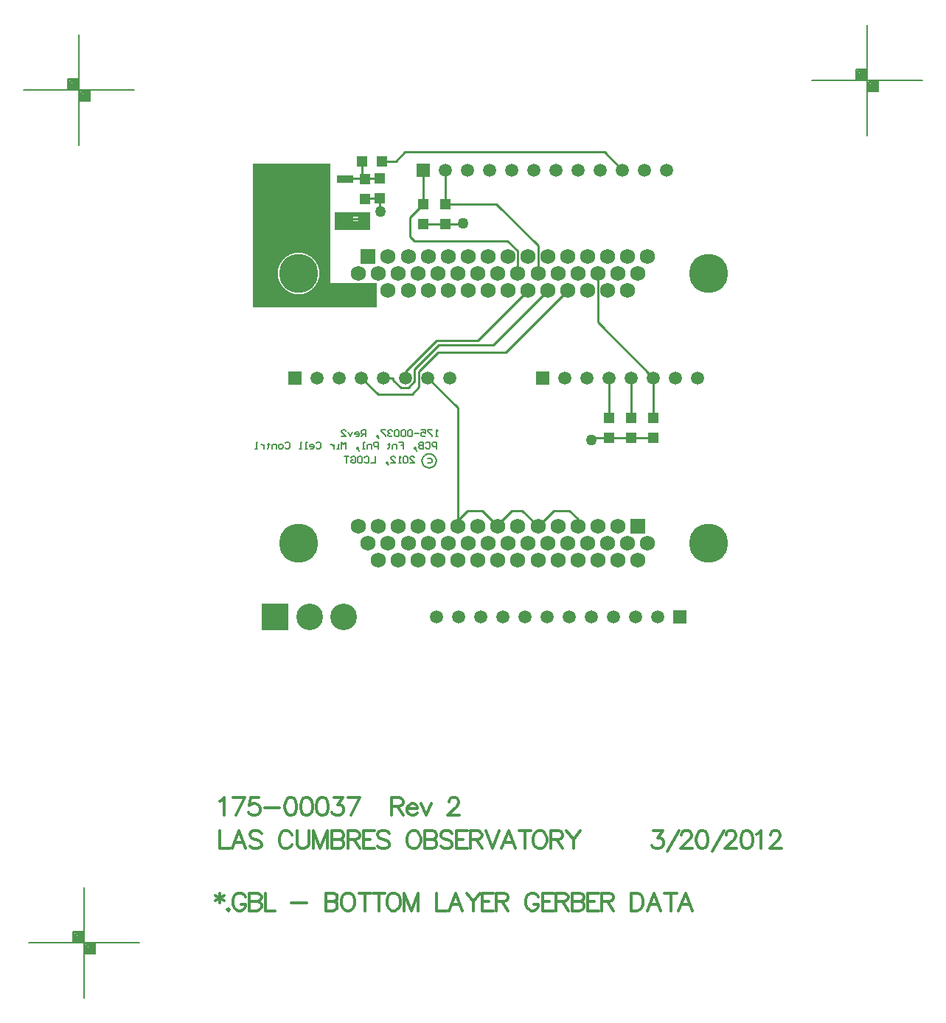
<source format=gbl>
%FSLAX23Y23*%
%MOIN*%
G70*
G01*
G75*
G04 Layer_Physical_Order=4*
G04 Layer_Color=16711680*
%ADD10C,0.010*%
%ADD11C,0.012*%
%ADD12C,0.008*%
%ADD13C,0.012*%
%ADD14C,0.012*%
%ADD15C,0.069*%
%ADD16R,0.069X0.069*%
%ADD17C,0.177*%
%ADD18C,0.059*%
%ADD19R,0.059X0.059*%
%ADD20C,0.120*%
%ADD21R,0.120X0.120*%
%ADD22C,0.020*%
%ADD23C,0.050*%
%ADD24C,0.040*%
%ADD25C,0.087*%
G04:AMPARAMS|DCode=26|XSize=87.244mil|YSize=87.244mil|CornerRadius=0mil|HoleSize=0mil|Usage=FLASHONLY|Rotation=0.000|XOffset=0mil|YOffset=0mil|HoleType=Round|Shape=Relief|Width=10mil|Gap=10mil|Entries=4|*
%AMTHD26*
7,0,0,0.087,0.067,0.010,45*
%
%ADD26THD26*%
%ADD27C,0.162*%
%ADD28C,0.075*%
G04:AMPARAMS|DCode=29|XSize=110mil|YSize=110mil|CornerRadius=0mil|HoleSize=0mil|Usage=FLASHONLY|Rotation=0.000|XOffset=0mil|YOffset=0mil|HoleType=Round|Shape=Relief|Width=10mil|Gap=10mil|Entries=4|*
%AMTHD29*
7,0,0,0.110,0.090,0.010,45*
%
%ADD29THD29*%
%ADD30C,0.110*%
%ADD31C,0.068*%
G04:AMPARAMS|DCode=32|XSize=68mil|YSize=68mil|CornerRadius=0mil|HoleSize=0mil|Usage=FLASHONLY|Rotation=0.000|XOffset=0mil|YOffset=0mil|HoleType=Round|Shape=Relief|Width=10mil|Gap=10mil|Entries=4|*
%AMTHD32*
7,0,0,0.068,0.048,0.010,45*
%
%ADD32THD32*%
%ADD33C,0.005*%
%ADD34R,0.050X0.050*%
%ADD35R,0.272X0.268*%
%ADD36R,0.075X0.037*%
%ADD37R,0.050X0.050*%
G36*
X44900Y36091D02*
X45110D01*
Y35981D01*
X44550D01*
Y36631D01*
X44900D01*
Y36091D01*
D02*
G37*
G36*
X45080Y36331D02*
X44920D01*
Y36411D01*
X45080D01*
Y36331D01*
D02*
G37*
%LPC*%
G36*
X45043Y36391D02*
X44964D01*
X44960Y36390D01*
X44957Y36388D01*
X44955Y36385D01*
X44954Y36381D01*
X44955Y36377D01*
X44957Y36373D01*
X44960Y36371D01*
X44964Y36370D01*
X45040D01*
X45041Y36370D01*
X45045Y36369D01*
X45049Y36370D01*
X45052Y36372D01*
X45054Y36375D01*
X45055Y36379D01*
X45054Y36383D01*
X45052Y36386D01*
X45051Y36388D01*
X45047Y36390D01*
X45043Y36391D01*
D02*
G37*
G36*
X44755Y36227D02*
X44737Y36225D01*
X44719Y36220D01*
X44703Y36211D01*
X44688Y36200D01*
X44677Y36185D01*
X44668Y36169D01*
X44663Y36151D01*
X44661Y36133D01*
X44663Y36115D01*
X44668Y36097D01*
X44677Y36081D01*
X44688Y36067D01*
X44703Y36055D01*
X44719Y36046D01*
X44737Y36041D01*
X44755Y36039D01*
X44773Y36041D01*
X44791Y36046D01*
X44807Y36055D01*
X44821Y36067D01*
X44833Y36081D01*
X44842Y36097D01*
X44847Y36115D01*
X44849Y36133D01*
X44847Y36151D01*
X44842Y36169D01*
X44833Y36185D01*
X44821Y36200D01*
X44807Y36211D01*
X44791Y36220D01*
X44773Y36225D01*
X44755Y36227D01*
D02*
G37*
%LPD*%
D10*
X45566Y36133D02*
X45567Y36132D01*
X45476Y36133D02*
X45477Y36132D01*
X45320Y36445D02*
Y36600D01*
X45420Y36445D02*
Y36600D01*
Y36355D02*
X45494D01*
X45320D02*
X45420D01*
Y36445D02*
X45649D01*
X45837Y36258D01*
X45494Y36355D02*
X45500Y36361D01*
X46260Y35390D02*
X46360D01*
X46160D02*
X46260D01*
X46089D02*
X46160D01*
X46080Y35381D02*
X46089Y35390D01*
X45837Y36133D02*
Y36258D01*
X45260Y36385D02*
X45320Y36445D01*
X45260Y36301D02*
Y36385D01*
Y36301D02*
X45280Y36281D01*
X45700D01*
X45746Y36235D01*
Y36134D02*
Y36235D01*
Y36134D02*
X45746Y36133D01*
X45340Y35661D02*
X45476Y35525D01*
Y35017D02*
Y35525D01*
Y35017D02*
X45520Y35061D01*
X45586D01*
X45656Y34991D01*
Y34997D01*
X45720Y35061D01*
X45766D01*
X45837Y34991D01*
X45907Y35061D01*
X45980D01*
X46017Y35024D01*
Y34991D02*
Y35024D01*
X46160Y35480D02*
Y35661D01*
X46360Y35480D02*
Y35661D01*
X46107Y35914D02*
X46360Y35661D01*
X46107Y35914D02*
Y36133D01*
X46260Y35480D02*
Y35661D01*
X45040D02*
X45114Y35587D01*
X45386Y35775D02*
X45692D01*
X45972Y36055D01*
X45140Y35661D02*
X45182D01*
Y35651D02*
Y35661D01*
X45114Y35587D02*
X45268D01*
X45300Y35620D01*
X45182Y35651D02*
X45217Y35616D01*
X45251D01*
X45280Y35645D01*
X45389Y35808D02*
X45635D01*
X45882Y36055D01*
X45300Y35620D02*
Y35690D01*
X45386Y35775D01*
X45280Y35645D02*
Y35699D01*
X45389Y35808D01*
X45240Y35661D02*
Y35688D01*
X45380Y35828D01*
X45565D01*
X45792Y36055D01*
X45123Y36414D02*
Y36472D01*
Y36414D02*
X45124Y36413D01*
X45056Y36472D02*
X45123D01*
X45054Y36470D02*
X45056Y36472D01*
X45131Y36641D02*
X45194D01*
X45236Y36683D01*
X46137D01*
X46220Y36600D01*
X44964Y36560D02*
X44966Y36562D01*
X45041Y36573D02*
Y36641D01*
Y36573D02*
X45052Y36562D01*
X45054Y36560D01*
X44966Y36562D02*
X45052D01*
X45123D01*
X44964Y36381D02*
X45043D01*
X45045Y36379D01*
D11*
X44398Y33331D02*
Y33285D01*
X44378Y33320D02*
X44417Y33297D01*
Y33320D02*
X44378Y33297D01*
X44437Y33259D02*
X44433Y33255D01*
X44437Y33251D01*
X44441Y33255D01*
X44437Y33259D01*
X44515Y33312D02*
X44511Y33320D01*
X44504Y33327D01*
X44496Y33331D01*
X44481D01*
X44473Y33327D01*
X44466Y33320D01*
X44462Y33312D01*
X44458Y33301D01*
Y33281D01*
X44462Y33270D01*
X44466Y33262D01*
X44473Y33255D01*
X44481Y33251D01*
X44496D01*
X44504Y33255D01*
X44511Y33262D01*
X44515Y33270D01*
Y33281D01*
X44496D02*
X44515D01*
X44533Y33331D02*
Y33251D01*
Y33331D02*
X44568D01*
X44579Y33327D01*
X44583Y33323D01*
X44587Y33316D01*
Y33308D01*
X44583Y33301D01*
X44579Y33297D01*
X44568Y33293D01*
X44533D02*
X44568D01*
X44579Y33289D01*
X44583Y33285D01*
X44587Y33278D01*
Y33266D01*
X44583Y33259D01*
X44579Y33255D01*
X44568Y33251D01*
X44533D01*
X44605Y33331D02*
Y33251D01*
X44650D01*
X44722Y33285D02*
X44791D01*
X44877Y33331D02*
Y33251D01*
Y33331D02*
X44911D01*
X44923Y33327D01*
X44927Y33323D01*
X44930Y33316D01*
Y33308D01*
X44927Y33301D01*
X44923Y33297D01*
X44911Y33293D01*
X44877D02*
X44911D01*
X44923Y33289D01*
X44927Y33285D01*
X44930Y33278D01*
Y33266D01*
X44927Y33259D01*
X44923Y33255D01*
X44911Y33251D01*
X44877D01*
X44971Y33331D02*
X44963Y33327D01*
X44956Y33320D01*
X44952Y33312D01*
X44948Y33301D01*
Y33281D01*
X44952Y33270D01*
X44956Y33262D01*
X44963Y33255D01*
X44971Y33251D01*
X44986D01*
X44994Y33255D01*
X45002Y33262D01*
X45005Y33270D01*
X45009Y33281D01*
Y33301D01*
X45005Y33312D01*
X45002Y33320D01*
X44994Y33327D01*
X44986Y33331D01*
X44971D01*
X45055D02*
Y33251D01*
X45028Y33331D02*
X45081D01*
X45117D02*
Y33251D01*
X45091Y33331D02*
X45144D01*
X45176D02*
X45169Y33327D01*
X45161Y33320D01*
X45157Y33312D01*
X45154Y33301D01*
Y33281D01*
X45157Y33270D01*
X45161Y33262D01*
X45169Y33255D01*
X45176Y33251D01*
X45192D01*
X45199Y33255D01*
X45207Y33262D01*
X45211Y33270D01*
X45214Y33281D01*
Y33301D01*
X45211Y33312D01*
X45207Y33320D01*
X45199Y33327D01*
X45192Y33331D01*
X45176D01*
X45233D02*
Y33251D01*
Y33331D02*
X45264Y33251D01*
X45294Y33331D02*
X45264Y33251D01*
X45294Y33331D02*
Y33251D01*
X45380Y33331D02*
Y33251D01*
X45425D01*
X45495D02*
X45465Y33331D01*
X45434Y33251D01*
X45446Y33278D02*
X45484D01*
X45514Y33331D02*
X45544Y33293D01*
Y33251D01*
X45575Y33331D02*
X45544Y33293D01*
X45635Y33331D02*
X45585D01*
Y33251D01*
X45635D01*
X45585Y33293D02*
X45616D01*
X45648Y33331D02*
Y33251D01*
Y33331D02*
X45682D01*
X45694Y33327D01*
X45697Y33323D01*
X45701Y33316D01*
Y33308D01*
X45697Y33301D01*
X45694Y33297D01*
X45682Y33293D01*
X45648D01*
X45675D02*
X45701Y33251D01*
X45839Y33312D02*
X45835Y33320D01*
X45828Y33327D01*
X45820Y33331D01*
X45805D01*
X45797Y33327D01*
X45790Y33320D01*
X45786Y33312D01*
X45782Y33301D01*
Y33281D01*
X45786Y33270D01*
X45790Y33262D01*
X45797Y33255D01*
X45805Y33251D01*
X45820D01*
X45828Y33255D01*
X45835Y33262D01*
X45839Y33270D01*
Y33281D01*
X45820D02*
X45839D01*
X45907Y33331D02*
X45857D01*
Y33251D01*
X45907D01*
X45857Y33293D02*
X45888D01*
X45920Y33331D02*
Y33251D01*
Y33331D02*
X45955D01*
X45966Y33327D01*
X45970Y33323D01*
X45974Y33316D01*
Y33308D01*
X45970Y33301D01*
X45966Y33297D01*
X45955Y33293D01*
X45920D01*
X45947D02*
X45974Y33251D01*
X45991Y33331D02*
Y33251D01*
Y33331D02*
X46026D01*
X46037Y33327D01*
X46041Y33323D01*
X46045Y33316D01*
Y33308D01*
X46041Y33301D01*
X46037Y33297D01*
X46026Y33293D01*
X45991D02*
X46026D01*
X46037Y33289D01*
X46041Y33285D01*
X46045Y33278D01*
Y33266D01*
X46041Y33259D01*
X46037Y33255D01*
X46026Y33251D01*
X45991D01*
X46112Y33331D02*
X46063D01*
Y33251D01*
X46112D01*
X46063Y33293D02*
X46093D01*
X46126Y33331D02*
Y33251D01*
Y33331D02*
X46160D01*
X46171Y33327D01*
X46175Y33323D01*
X46179Y33316D01*
Y33308D01*
X46175Y33301D01*
X46171Y33297D01*
X46160Y33293D01*
X46126D01*
X46152D02*
X46179Y33251D01*
X46260Y33331D02*
Y33251D01*
Y33331D02*
X46286D01*
X46298Y33327D01*
X46305Y33320D01*
X46309Y33312D01*
X46313Y33301D01*
Y33281D01*
X46309Y33270D01*
X46305Y33262D01*
X46298Y33255D01*
X46286Y33251D01*
X46260D01*
X46392D02*
X46361Y33331D01*
X46331Y33251D01*
X46342Y33278D02*
X46380D01*
X46437Y33331D02*
Y33251D01*
X46410Y33331D02*
X46464D01*
X46534Y33251D02*
X46504Y33331D01*
X46473Y33251D01*
X46485Y33278D02*
X46523D01*
D12*
X47076Y37005D02*
X47576D01*
X47326Y36755D02*
Y37255D01*
X47376Y36955D02*
Y37005D01*
X47326Y36955D02*
X47376D01*
X47276Y37005D02*
Y37055D01*
X47326D01*
X47281Y37010D02*
X47321D01*
X47281D02*
Y37050D01*
X47321D01*
Y37010D02*
Y37050D01*
X47286Y37015D02*
X47316D01*
X47286D02*
Y37045D01*
X47316D01*
Y37020D02*
Y37045D01*
X47291Y37020D02*
X47311D01*
X47291D02*
Y37040D01*
X47311D01*
Y37025D02*
Y37040D01*
X47296Y37025D02*
X47306D01*
X47296D02*
Y37035D01*
X47306D01*
Y37025D02*
Y37035D01*
X47296Y37030D02*
X47306D01*
X47331Y36960D02*
X47371D01*
X47331D02*
Y37000D01*
X47371D01*
Y36960D02*
Y37000D01*
X47336Y36965D02*
X47366D01*
X47336D02*
Y36995D01*
X47366D01*
Y36970D02*
Y36995D01*
X47341Y36970D02*
X47361D01*
X47341D02*
Y36990D01*
X47361D01*
Y36975D02*
Y36990D01*
X47346Y36975D02*
X47356D01*
X47346D02*
Y36985D01*
X47356D01*
Y36975D02*
Y36985D01*
X47346Y36980D02*
X47356D01*
X43511Y36964D02*
X44011D01*
X43761Y36714D02*
Y37214D01*
X43811Y36914D02*
Y36964D01*
X43761Y36914D02*
X43811D01*
X43711Y36964D02*
Y37014D01*
X43761D01*
X43716Y36969D02*
X43756D01*
X43716D02*
Y37009D01*
X43756D01*
Y36969D02*
Y37009D01*
X43721Y36974D02*
X43751D01*
X43721D02*
Y37004D01*
X43751D01*
Y36979D02*
Y37004D01*
X43726Y36979D02*
X43746D01*
X43726D02*
Y36999D01*
X43746D01*
Y36984D02*
Y36999D01*
X43731Y36984D02*
X43741D01*
X43731D02*
Y36994D01*
X43741D01*
Y36984D02*
Y36994D01*
X43731Y36989D02*
X43741D01*
X43766Y36919D02*
X43806D01*
X43766D02*
Y36959D01*
X43806D01*
Y36919D02*
Y36959D01*
X43771Y36924D02*
X43801D01*
X43771D02*
Y36954D01*
X43801D01*
Y36929D02*
Y36954D01*
X43776Y36929D02*
X43796D01*
X43776D02*
Y36949D01*
X43796D01*
Y36934D02*
Y36949D01*
X43781Y36934D02*
X43791D01*
X43781D02*
Y36944D01*
X43791D01*
Y36934D02*
Y36944D01*
X43781Y36939D02*
X43791D01*
X43534Y33107D02*
X44034D01*
X43784Y32857D02*
Y33357D01*
X43834Y33057D02*
Y33107D01*
X43784Y33057D02*
X43834D01*
X43734Y33107D02*
Y33157D01*
X43784D01*
X43739Y33112D02*
X43779D01*
X43739D02*
Y33152D01*
X43779D01*
Y33112D02*
Y33152D01*
X43744Y33117D02*
X43774D01*
X43744D02*
Y33147D01*
X43774D01*
Y33122D02*
Y33147D01*
X43749Y33122D02*
X43769D01*
X43749D02*
Y33142D01*
X43769D01*
Y33127D02*
Y33142D01*
X43754Y33127D02*
X43764D01*
X43754D02*
Y33137D01*
X43764D01*
Y33127D02*
Y33137D01*
X43754Y33132D02*
X43764D01*
X43789Y33062D02*
X43829D01*
X43789D02*
Y33102D01*
X43829D01*
Y33062D02*
Y33102D01*
X43794Y33067D02*
X43824D01*
X43794D02*
Y33097D01*
X43824D01*
Y33072D02*
Y33097D01*
X43799Y33072D02*
X43819D01*
X43799D02*
Y33092D01*
X43819D01*
Y33077D02*
Y33092D01*
X43804Y33077D02*
X43814D01*
X43804D02*
Y33087D01*
X43814D01*
Y33077D02*
Y33087D01*
X43804Y33082D02*
X43814D01*
D13*
X44399Y33746D02*
X44407Y33750D01*
X44419Y33762D01*
Y33682D01*
X44511Y33762D02*
X44473Y33682D01*
X44458Y33762D02*
X44511D01*
X44575D02*
X44537D01*
X44533Y33727D01*
X44537Y33731D01*
X44548Y33735D01*
X44560D01*
X44571Y33731D01*
X44579Y33724D01*
X44583Y33712D01*
Y33704D01*
X44579Y33693D01*
X44571Y33685D01*
X44560Y33682D01*
X44548D01*
X44537Y33685D01*
X44533Y33689D01*
X44529Y33697D01*
X44601Y33716D02*
X44669D01*
X44716Y33762D02*
X44704Y33758D01*
X44697Y33746D01*
X44693Y33727D01*
Y33716D01*
X44697Y33697D01*
X44704Y33685D01*
X44716Y33682D01*
X44723D01*
X44735Y33685D01*
X44742Y33697D01*
X44746Y33716D01*
Y33727D01*
X44742Y33746D01*
X44735Y33758D01*
X44723Y33762D01*
X44716D01*
X44787D02*
X44775Y33758D01*
X44768Y33746D01*
X44764Y33727D01*
Y33716D01*
X44768Y33697D01*
X44775Y33685D01*
X44787Y33682D01*
X44794D01*
X44806Y33685D01*
X44814Y33697D01*
X44817Y33716D01*
Y33727D01*
X44814Y33746D01*
X44806Y33758D01*
X44794Y33762D01*
X44787D01*
X44858D02*
X44847Y33758D01*
X44839Y33746D01*
X44835Y33727D01*
Y33716D01*
X44839Y33697D01*
X44847Y33685D01*
X44858Y33682D01*
X44866D01*
X44877Y33685D01*
X44885Y33697D01*
X44889Y33716D01*
Y33727D01*
X44885Y33746D01*
X44877Y33758D01*
X44866Y33762D01*
X44858D01*
X44914D02*
X44956D01*
X44933Y33731D01*
X44945D01*
X44952Y33727D01*
X44956Y33724D01*
X44960Y33712D01*
Y33704D01*
X44956Y33693D01*
X44948Y33685D01*
X44937Y33682D01*
X44925D01*
X44914Y33685D01*
X44910Y33689D01*
X44906Y33697D01*
X45031Y33762D02*
X44993Y33682D01*
X44978Y33762D02*
X45031D01*
X45175D02*
Y33682D01*
Y33762D02*
X45209D01*
X45220Y33758D01*
X45224Y33754D01*
X45228Y33746D01*
Y33739D01*
X45224Y33731D01*
X45220Y33727D01*
X45209Y33724D01*
X45175D01*
X45201D02*
X45228Y33682D01*
X45246Y33712D02*
X45291D01*
Y33720D01*
X45288Y33727D01*
X45284Y33731D01*
X45276Y33735D01*
X45265D01*
X45257Y33731D01*
X45250Y33724D01*
X45246Y33712D01*
Y33704D01*
X45250Y33693D01*
X45257Y33685D01*
X45265Y33682D01*
X45276D01*
X45284Y33685D01*
X45291Y33693D01*
X45309Y33735D02*
X45331Y33682D01*
X45354Y33735D02*
X45331Y33682D01*
X45434Y33743D02*
Y33746D01*
X45438Y33754D01*
X45442Y33758D01*
X45449Y33762D01*
X45464D01*
X45472Y33758D01*
X45476Y33754D01*
X45480Y33746D01*
Y33739D01*
X45476Y33731D01*
X45468Y33720D01*
X45430Y33682D01*
X45483D01*
D14*
X44399Y33612D02*
Y33532D01*
X44445D01*
X44515D02*
X44484Y33612D01*
X44454Y33532D01*
X44465Y33558D02*
X44503D01*
X44587Y33600D02*
X44579Y33608D01*
X44568Y33612D01*
X44553D01*
X44541Y33608D01*
X44534Y33600D01*
Y33593D01*
X44537Y33585D01*
X44541Y33581D01*
X44549Y33577D01*
X44572Y33570D01*
X44579Y33566D01*
X44583Y33562D01*
X44587Y33554D01*
Y33543D01*
X44579Y33535D01*
X44568Y33532D01*
X44553D01*
X44541Y33535D01*
X44534Y33543D01*
X44725Y33593D02*
X44721Y33600D01*
X44713Y33608D01*
X44706Y33612D01*
X44690D01*
X44683Y33608D01*
X44675Y33600D01*
X44671Y33593D01*
X44668Y33581D01*
Y33562D01*
X44671Y33551D01*
X44675Y33543D01*
X44683Y33535D01*
X44690Y33532D01*
X44706D01*
X44713Y33535D01*
X44721Y33543D01*
X44725Y33551D01*
X44747Y33612D02*
Y33554D01*
X44751Y33543D01*
X44759Y33535D01*
X44770Y33532D01*
X44778D01*
X44789Y33535D01*
X44797Y33543D01*
X44801Y33554D01*
Y33612D01*
X44823D02*
Y33532D01*
Y33612D02*
X44853Y33532D01*
X44884Y33612D02*
X44853Y33532D01*
X44884Y33612D02*
Y33532D01*
X44906Y33612D02*
Y33532D01*
Y33612D02*
X44941D01*
X44952Y33608D01*
X44956Y33604D01*
X44960Y33596D01*
Y33589D01*
X44956Y33581D01*
X44952Y33577D01*
X44941Y33573D01*
X44906D02*
X44941D01*
X44952Y33570D01*
X44956Y33566D01*
X44960Y33558D01*
Y33547D01*
X44956Y33539D01*
X44952Y33535D01*
X44941Y33532D01*
X44906D01*
X44978Y33612D02*
Y33532D01*
Y33612D02*
X45012D01*
X45023Y33608D01*
X45027Y33604D01*
X45031Y33596D01*
Y33589D01*
X45027Y33581D01*
X45023Y33577D01*
X45012Y33573D01*
X44978D01*
X45004D02*
X45031Y33532D01*
X45098Y33612D02*
X45049D01*
Y33532D01*
X45098D01*
X45049Y33573D02*
X45079D01*
X45165Y33600D02*
X45157Y33608D01*
X45146Y33612D01*
X45131D01*
X45119Y33608D01*
X45112Y33600D01*
Y33593D01*
X45116Y33585D01*
X45119Y33581D01*
X45127Y33577D01*
X45150Y33570D01*
X45157Y33566D01*
X45161Y33562D01*
X45165Y33554D01*
Y33543D01*
X45157Y33535D01*
X45146Y33532D01*
X45131D01*
X45119Y33535D01*
X45112Y33543D01*
X45269Y33612D02*
X45261Y33608D01*
X45253Y33600D01*
X45250Y33593D01*
X45246Y33581D01*
Y33562D01*
X45250Y33551D01*
X45253Y33543D01*
X45261Y33535D01*
X45269Y33532D01*
X45284D01*
X45291Y33535D01*
X45299Y33543D01*
X45303Y33551D01*
X45307Y33562D01*
Y33581D01*
X45303Y33593D01*
X45299Y33600D01*
X45291Y33608D01*
X45284Y33612D01*
X45269D01*
X45325D02*
Y33532D01*
Y33612D02*
X45360D01*
X45371Y33608D01*
X45375Y33604D01*
X45379Y33596D01*
Y33589D01*
X45375Y33581D01*
X45371Y33577D01*
X45360Y33573D01*
X45325D02*
X45360D01*
X45371Y33570D01*
X45375Y33566D01*
X45379Y33558D01*
Y33547D01*
X45375Y33539D01*
X45371Y33535D01*
X45360Y33532D01*
X45325D01*
X45450Y33600D02*
X45442Y33608D01*
X45431Y33612D01*
X45416D01*
X45404Y33608D01*
X45397Y33600D01*
Y33593D01*
X45400Y33585D01*
X45404Y33581D01*
X45412Y33577D01*
X45435Y33570D01*
X45442Y33566D01*
X45446Y33562D01*
X45450Y33554D01*
Y33543D01*
X45442Y33535D01*
X45431Y33532D01*
X45416D01*
X45404Y33535D01*
X45397Y33543D01*
X45517Y33612D02*
X45468D01*
Y33532D01*
X45517D01*
X45468Y33573D02*
X45498D01*
X45531Y33612D02*
Y33532D01*
Y33612D02*
X45565D01*
X45576Y33608D01*
X45580Y33604D01*
X45584Y33596D01*
Y33589D01*
X45580Y33581D01*
X45576Y33577D01*
X45565Y33573D01*
X45531D01*
X45557D02*
X45584Y33532D01*
X45602Y33612D02*
X45632Y33532D01*
X45663Y33612D02*
X45632Y33532D01*
X45734D02*
X45704Y33612D01*
X45673Y33532D01*
X45685Y33558D02*
X45723D01*
X45779Y33612D02*
Y33532D01*
X45753Y33612D02*
X45806D01*
X45838D02*
X45831Y33608D01*
X45823Y33600D01*
X45819Y33593D01*
X45816Y33581D01*
Y33562D01*
X45819Y33551D01*
X45823Y33543D01*
X45831Y33535D01*
X45838Y33532D01*
X45854D01*
X45861Y33535D01*
X45869Y33543D01*
X45873Y33551D01*
X45877Y33562D01*
Y33581D01*
X45873Y33593D01*
X45869Y33600D01*
X45861Y33608D01*
X45854Y33612D01*
X45838D01*
X45895D02*
Y33532D01*
Y33612D02*
X45929D01*
X45941Y33608D01*
X45945Y33604D01*
X45948Y33596D01*
Y33589D01*
X45945Y33581D01*
X45941Y33577D01*
X45929Y33573D01*
X45895D01*
X45922D02*
X45948Y33532D01*
X45966Y33612D02*
X45997Y33573D01*
Y33532D01*
X46027Y33612D02*
X45997Y33573D01*
X46359Y33612D02*
X46401D01*
X46379Y33581D01*
X46390D01*
X46398Y33577D01*
X46401Y33573D01*
X46405Y33562D01*
Y33554D01*
X46401Y33543D01*
X46394Y33535D01*
X46382Y33532D01*
X46371D01*
X46359Y33535D01*
X46356Y33539D01*
X46352Y33547D01*
X46423Y33520D02*
X46476Y33612D01*
X46486Y33593D02*
Y33596D01*
X46489Y33604D01*
X46493Y33608D01*
X46501Y33612D01*
X46516D01*
X46524Y33608D01*
X46527Y33604D01*
X46531Y33596D01*
Y33589D01*
X46527Y33581D01*
X46520Y33570D01*
X46482Y33532D01*
X46535D01*
X46576Y33612D02*
X46564Y33608D01*
X46557Y33596D01*
X46553Y33577D01*
Y33566D01*
X46557Y33547D01*
X46564Y33535D01*
X46576Y33532D01*
X46583D01*
X46595Y33535D01*
X46602Y33547D01*
X46606Y33566D01*
Y33577D01*
X46602Y33596D01*
X46595Y33608D01*
X46583Y33612D01*
X46576D01*
X46624Y33520D02*
X46677Y33612D01*
X46687Y33593D02*
Y33596D01*
X46690Y33604D01*
X46694Y33608D01*
X46702Y33612D01*
X46717D01*
X46725Y33608D01*
X46729Y33604D01*
X46732Y33596D01*
Y33589D01*
X46729Y33581D01*
X46721Y33570D01*
X46683Y33532D01*
X46736D01*
X46777Y33612D02*
X46765Y33608D01*
X46758Y33596D01*
X46754Y33577D01*
Y33566D01*
X46758Y33547D01*
X46765Y33535D01*
X46777Y33532D01*
X46785D01*
X46796Y33535D01*
X46804Y33547D01*
X46807Y33566D01*
Y33577D01*
X46804Y33596D01*
X46796Y33608D01*
X46785Y33612D01*
X46777D01*
X46825Y33596D02*
X46833Y33600D01*
X46844Y33612D01*
Y33532D01*
X46888Y33593D02*
Y33596D01*
X46892Y33604D01*
X46895Y33608D01*
X46903Y33612D01*
X46918D01*
X46926Y33608D01*
X46930Y33604D01*
X46933Y33596D01*
Y33589D01*
X46930Y33581D01*
X46922Y33570D01*
X46884Y33532D01*
X46937D01*
D15*
X46242Y36055D02*
D03*
X46152D02*
D03*
X46062D02*
D03*
X45972D02*
D03*
X45882D02*
D03*
X45792D02*
D03*
X45701D02*
D03*
X45611D02*
D03*
X45521D02*
D03*
X45431D02*
D03*
X45341D02*
D03*
X45251D02*
D03*
X45160D02*
D03*
X45070D02*
D03*
X46287Y36133D02*
D03*
X46197D02*
D03*
X46107D02*
D03*
X46017D02*
D03*
X45927D02*
D03*
X45837D02*
D03*
X45746D02*
D03*
X45656D02*
D03*
X45566D02*
D03*
X45476D02*
D03*
X45386D02*
D03*
X45296D02*
D03*
X45206D02*
D03*
X45115D02*
D03*
X45025D02*
D03*
X46332Y36211D02*
D03*
X46242D02*
D03*
X46152D02*
D03*
X46062D02*
D03*
X45972D02*
D03*
X45882D02*
D03*
X45792D02*
D03*
X45701D02*
D03*
X45611D02*
D03*
X45521D02*
D03*
X45431D02*
D03*
X45341D02*
D03*
X45251D02*
D03*
X45160D02*
D03*
X46197Y34991D02*
D03*
X46107D02*
D03*
X46017D02*
D03*
X45927D02*
D03*
X45837D02*
D03*
X45746D02*
D03*
X45656D02*
D03*
X45566D02*
D03*
X45476D02*
D03*
X45386D02*
D03*
X45296D02*
D03*
X45206D02*
D03*
X45115D02*
D03*
X45025D02*
D03*
X46332Y34913D02*
D03*
X46242D02*
D03*
X46152D02*
D03*
X46062D02*
D03*
X45972D02*
D03*
X45882D02*
D03*
X45792D02*
D03*
X45701D02*
D03*
X45611D02*
D03*
X45521D02*
D03*
X45431D02*
D03*
X45341D02*
D03*
X45251D02*
D03*
X45160D02*
D03*
X45070D02*
D03*
X46287Y34835D02*
D03*
X46197D02*
D03*
X46107D02*
D03*
X46017D02*
D03*
X45927D02*
D03*
X45837D02*
D03*
X45746D02*
D03*
X45656D02*
D03*
X45566D02*
D03*
X45476D02*
D03*
X45386D02*
D03*
X45296D02*
D03*
X45206D02*
D03*
X45115D02*
D03*
D16*
X45070Y36211D02*
D03*
X46287Y34991D02*
D03*
D17*
X46607Y36133D02*
D03*
X44755D02*
D03*
Y34913D02*
D03*
X46607D02*
D03*
D18*
X45380Y34580D02*
D03*
X45480D02*
D03*
X45580D02*
D03*
X45680D02*
D03*
X45780D02*
D03*
X45880D02*
D03*
X45980D02*
D03*
X46080D02*
D03*
X46180D02*
D03*
X46280D02*
D03*
X46380D02*
D03*
X45440Y35661D02*
D03*
X45340D02*
D03*
X45240D02*
D03*
X45140D02*
D03*
X45040D02*
D03*
X44940D02*
D03*
X44840D02*
D03*
X46560D02*
D03*
X46460D02*
D03*
X46360D02*
D03*
X46260D02*
D03*
X46160D02*
D03*
X46060D02*
D03*
X45960D02*
D03*
X46420Y36600D02*
D03*
X46320D02*
D03*
X46220D02*
D03*
X46120D02*
D03*
X46020D02*
D03*
X45920D02*
D03*
X45820D02*
D03*
X45720D02*
D03*
X45620D02*
D03*
X45520D02*
D03*
X45420D02*
D03*
D19*
X46480Y34580D02*
D03*
X44740Y35661D02*
D03*
X45860D02*
D03*
X45320Y36600D02*
D03*
D20*
X44960Y34580D02*
D03*
X44804D02*
D03*
D21*
X44648D02*
D03*
D22*
X44655Y36549D02*
D03*
Y36490D02*
D03*
Y36431D02*
D03*
Y36372D02*
D03*
X44714Y36392D02*
D03*
Y36451D02*
D03*
Y36510D02*
D03*
Y36569D02*
D03*
X44773Y36549D02*
D03*
Y36490D02*
D03*
Y36431D02*
D03*
Y36372D02*
D03*
X44832Y36392D02*
D03*
Y36451D02*
D03*
Y36510D02*
D03*
Y36569D02*
D03*
D23*
X45500Y36361D02*
D03*
X46080Y35381D02*
D03*
X45124Y36413D02*
D03*
X45045Y36379D02*
D03*
D33*
X45377Y35285D02*
X45375Y35295D01*
X45371Y35304D01*
X45364Y35311D01*
X45355Y35315D01*
X45345Y35317D01*
X45335Y35315D01*
X45326Y35311D01*
X45319Y35304D01*
X45315Y35295D01*
X45313Y35285D01*
X45315Y35275D01*
X45319Y35266D01*
X45326Y35259D01*
X45335Y35255D01*
X45345Y35253D01*
X45355Y35255D01*
X45364Y35259D01*
X45371Y35266D01*
X45375Y35275D01*
X45377Y35285D01*
X45257Y35276D02*
X45277D01*
X45257Y35296D01*
Y35301D01*
X45262Y35306D01*
X45272D01*
X45277Y35301D01*
X45247D02*
X45242Y35306D01*
X45232D01*
X45227Y35301D01*
Y35281D01*
X45232Y35276D01*
X45242D01*
X45247Y35281D01*
Y35301D01*
X45217Y35276D02*
X45207D01*
X45212D01*
Y35306D01*
X45217Y35301D01*
X45172Y35276D02*
X45192D01*
X45172Y35296D01*
Y35301D01*
X45177Y35306D01*
X45187D01*
X45192Y35301D01*
X45157Y35271D02*
X45152Y35276D01*
Y35281D01*
X45157D01*
Y35276D01*
X45152D01*
X45157Y35271D01*
X45162Y35266D01*
X45102Y35306D02*
Y35276D01*
X45082D01*
X45052Y35301D02*
X45057Y35306D01*
X45067D01*
X45072Y35301D01*
Y35281D01*
X45067Y35276D01*
X45057D01*
X45052Y35281D01*
X45027Y35306D02*
X45037D01*
X45042Y35301D01*
Y35281D01*
X45037Y35276D01*
X45027D01*
X45022Y35281D01*
Y35301D01*
X45027Y35306D01*
X44992Y35301D02*
X44997Y35306D01*
X45007D01*
X45012Y35301D01*
Y35281D01*
X45007Y35276D01*
X44997D01*
X44992Y35281D01*
Y35291D01*
X45002D01*
X44982Y35306D02*
X44962D01*
X44972D01*
Y35276D01*
X45337Y35296D02*
X45352D01*
X45357Y35291D01*
Y35281D01*
X45352Y35276D01*
X45337D01*
X45380Y35341D02*
Y35371D01*
X45365D01*
X45360Y35366D01*
Y35356D01*
X45365Y35351D01*
X45380D01*
X45330Y35366D02*
X45335Y35371D01*
X45345D01*
X45350Y35366D01*
Y35346D01*
X45345Y35341D01*
X45335D01*
X45330Y35346D01*
X45320Y35371D02*
Y35341D01*
X45305D01*
X45300Y35346D01*
Y35351D01*
X45305Y35356D01*
X45320D01*
X45305D01*
X45300Y35361D01*
Y35366D01*
X45305Y35371D01*
X45320D01*
X45285Y35336D02*
X45280Y35341D01*
Y35346D01*
X45285D01*
Y35341D01*
X45280D01*
X45285Y35336D01*
X45290Y35331D01*
X45210Y35371D02*
X45230D01*
Y35356D01*
X45220D01*
X45230D01*
Y35341D01*
X45200D02*
Y35361D01*
X45185D01*
X45180Y35356D01*
Y35341D01*
X45165Y35366D02*
Y35361D01*
X45170D01*
X45160D01*
X45165D01*
Y35346D01*
X45160Y35341D01*
X45115D02*
Y35371D01*
X45100D01*
X45095Y35366D01*
Y35356D01*
X45100Y35351D01*
X45115D01*
X45085Y35341D02*
Y35361D01*
X45070D01*
X45065Y35356D01*
Y35341D01*
X45055D02*
X45045D01*
X45050D01*
Y35371D01*
X45055D01*
X45025Y35336D02*
X45020Y35341D01*
Y35346D01*
X45025D01*
Y35341D01*
X45020D01*
X45025Y35336D01*
X45030Y35331D01*
X44970Y35341D02*
Y35371D01*
X44960Y35361D01*
X44950Y35371D01*
Y35341D01*
X44940D02*
X44930D01*
X44935D01*
Y35361D01*
X44940D01*
X44915D02*
Y35341D01*
Y35351D01*
X44910Y35356D01*
X44905Y35361D01*
X44900D01*
X44835Y35366D02*
X44840Y35371D01*
X44850D01*
X44855Y35366D01*
Y35346D01*
X44850Y35341D01*
X44840D01*
X44835Y35346D01*
X44810Y35341D02*
X44820D01*
X44825Y35346D01*
Y35356D01*
X44820Y35361D01*
X44810D01*
X44805Y35356D01*
Y35351D01*
X44825D01*
X44795Y35341D02*
X44785D01*
X44790D01*
Y35371D01*
X44795D01*
X44770Y35341D02*
X44760D01*
X44765D01*
Y35371D01*
X44770D01*
X44695Y35366D02*
X44700Y35371D01*
X44710D01*
X44715Y35366D01*
Y35346D01*
X44710Y35341D01*
X44700D01*
X44695Y35346D01*
X44680Y35341D02*
X44670D01*
X44665Y35346D01*
Y35356D01*
X44670Y35361D01*
X44680D01*
X44685Y35356D01*
Y35346D01*
X44680Y35341D01*
X44655D02*
Y35361D01*
X44640D01*
X44635Y35356D01*
Y35341D01*
X44620Y35366D02*
Y35361D01*
X44625D01*
X44615D01*
X44620D01*
Y35346D01*
X44615Y35341D01*
X44600Y35361D02*
Y35341D01*
Y35351D01*
X44595Y35356D01*
X44590Y35361D01*
X44585D01*
X44570Y35341D02*
X44560D01*
X44565D01*
Y35371D01*
X44570D01*
X45385Y35396D02*
X45375D01*
X45380D01*
Y35426D01*
X45385Y35421D01*
X45360Y35426D02*
X45340D01*
Y35421D01*
X45360Y35401D01*
Y35396D01*
X45310Y35426D02*
X45330D01*
Y35411D01*
X45320Y35416D01*
X45315D01*
X45310Y35411D01*
Y35401D01*
X45315Y35396D01*
X45325D01*
X45330Y35401D01*
X45300Y35411D02*
X45280D01*
X45270Y35421D02*
X45265Y35426D01*
X45255D01*
X45250Y35421D01*
Y35401D01*
X45255Y35396D01*
X45265D01*
X45270Y35401D01*
Y35421D01*
X45240D02*
X45235Y35426D01*
X45225D01*
X45220Y35421D01*
Y35401D01*
X45225Y35396D01*
X45235D01*
X45240Y35401D01*
Y35421D01*
X45210D02*
X45205Y35426D01*
X45195D01*
X45190Y35421D01*
Y35401D01*
X45195Y35396D01*
X45205D01*
X45210Y35401D01*
Y35421D01*
X45180D02*
X45175Y35426D01*
X45165D01*
X45160Y35421D01*
Y35416D01*
X45165Y35411D01*
X45170D01*
X45165D01*
X45160Y35406D01*
Y35401D01*
X45165Y35396D01*
X45175D01*
X45180Y35401D01*
X45150Y35426D02*
X45130D01*
Y35421D01*
X45150Y35401D01*
Y35396D01*
X45115Y35391D02*
X45110Y35396D01*
Y35401D01*
X45115D01*
Y35396D01*
X45110D01*
X45115Y35391D01*
X45120Y35386D01*
X45060Y35396D02*
Y35426D01*
X45045D01*
X45040Y35421D01*
Y35411D01*
X45045Y35406D01*
X45060D01*
X45050D02*
X45040Y35396D01*
X45015D02*
X45025D01*
X45030Y35401D01*
Y35411D01*
X45025Y35416D01*
X45015D01*
X45010Y35411D01*
Y35406D01*
X45030D01*
X45000Y35416D02*
X44990Y35396D01*
X44980Y35416D01*
X44950Y35396D02*
X44970D01*
X44950Y35416D01*
Y35421D01*
X44955Y35426D01*
X44965D01*
X44970Y35421D01*
D34*
X46160Y35480D02*
D03*
Y35390D02*
D03*
X46260Y35480D02*
D03*
Y35390D02*
D03*
X46360Y35480D02*
D03*
Y35390D02*
D03*
X45420Y36445D02*
D03*
Y36355D02*
D03*
X45320Y36445D02*
D03*
Y36355D02*
D03*
X45123Y36472D02*
D03*
Y36562D02*
D03*
X45054Y36470D02*
D03*
Y36560D02*
D03*
D35*
X44734Y36470D02*
D03*
D36*
X44964Y36381D02*
D03*
Y36560D02*
D03*
D37*
X45041Y36641D02*
D03*
X45131D02*
D03*
M02*

</source>
